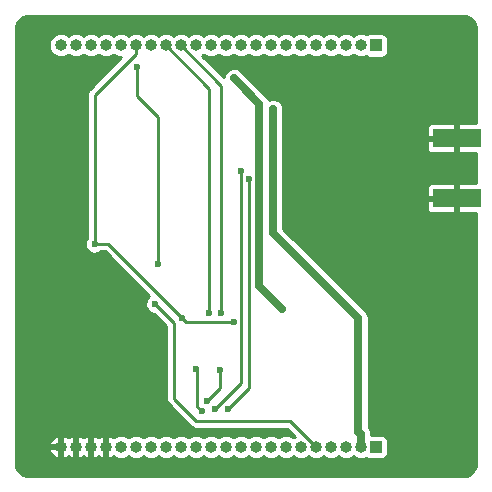
<source format=gbr>
G04 #@! TF.GenerationSoftware,KiCad,Pcbnew,5.99.0-unknown-df3fabf~86~ubuntu18.04.1*
G04 #@! TF.CreationDate,2019-10-25T19:03:16-04:00*
G04 #@! TF.ProjectId,bc28_module_board,62633238-5f6d-46f6-9475-6c655f626f61,rev?*
G04 #@! TF.SameCoordinates,Original*
G04 #@! TF.FileFunction,Copper,L2,Bot*
G04 #@! TF.FilePolarity,Positive*
%FSLAX46Y46*%
G04 Gerber Fmt 4.6, Leading zero omitted, Abs format (unit mm)*
G04 Created by KiCad (PCBNEW 5.99.0-unknown-df3fabf~86~ubuntu18.04.1) date 2019-10-25 19:03:16*
%MOMM*%
%LPD*%
G04 APERTURE LIST*
%ADD10O,1.000000X1.000000*%
%ADD11R,1.000000X1.000000*%
%ADD12R,4.064000X1.524000*%
%ADD13C,0.600000*%
%ADD14C,0.250000*%
%ADD15C,0.700000*%
%ADD16C,0.254000*%
G04 APERTURE END LIST*
D10*
X134330000Y-117000000D03*
X135600000Y-117000000D03*
X136870000Y-117000000D03*
X138140000Y-117000000D03*
X139410000Y-117000000D03*
X140680000Y-117000000D03*
X141950000Y-117000000D03*
X143220000Y-117000000D03*
X144490000Y-117000000D03*
X145760000Y-117000000D03*
X147030000Y-117000000D03*
X148300000Y-117000000D03*
X149570000Y-117000000D03*
X150840000Y-117000000D03*
X152110000Y-117000000D03*
X153380000Y-117000000D03*
X154650000Y-117000000D03*
X155920000Y-117000000D03*
X157190000Y-117000000D03*
X158460000Y-117000000D03*
X159730000Y-117000000D03*
D11*
X161000000Y-117000000D03*
D10*
X134330000Y-83000000D03*
X135600000Y-83000000D03*
X136870000Y-83000000D03*
X138140000Y-83000000D03*
X139410000Y-83000000D03*
X140680000Y-83000000D03*
X141950000Y-83000000D03*
X143220000Y-83000000D03*
X144490000Y-83000000D03*
X145760000Y-83000000D03*
X147030000Y-83000000D03*
X148300000Y-83000000D03*
X149570000Y-83000000D03*
X150840000Y-83000000D03*
X152110000Y-83000000D03*
X153380000Y-83000000D03*
X154650000Y-83000000D03*
X155920000Y-83000000D03*
X157190000Y-83000000D03*
X158460000Y-83000000D03*
X159730000Y-83000000D03*
D11*
X161000000Y-83000000D03*
D12*
X167868000Y-95940000D03*
X167868000Y-90860000D03*
D13*
X142300000Y-104900000D03*
X147400000Y-113800000D03*
X148500000Y-113800000D03*
X150300000Y-94300000D03*
X149625010Y-93600000D03*
X145800000Y-110400000D03*
X147800000Y-110524957D03*
X146300000Y-114000000D03*
X146675000Y-113125000D03*
X137200000Y-99800000D03*
X144600000Y-106100000D03*
X147900000Y-105700000D03*
X146900000Y-105700000D03*
X149000010Y-106400000D03*
X152300000Y-88400000D03*
X153100000Y-105300000D03*
X140800000Y-84800000D03*
X142600000Y-101500000D03*
X149000000Y-85800000D03*
X153700000Y-89700000D03*
X154800000Y-90900000D03*
X155900000Y-92200000D03*
X155200000Y-89700000D03*
X156700000Y-89700000D03*
X158200000Y-89700000D03*
X159700000Y-89700000D03*
X161200000Y-89700000D03*
X162700000Y-89700000D03*
X164200000Y-89700000D03*
X156300000Y-90900000D03*
X157800000Y-90900000D03*
X159300000Y-90900000D03*
X160800000Y-90900000D03*
X162300000Y-90900000D03*
X163800000Y-90900000D03*
X165300000Y-90900000D03*
X157400000Y-92100000D03*
X158900000Y-92100000D03*
X160400000Y-92100000D03*
X161900000Y-92100000D03*
X163400000Y-92100000D03*
X164900000Y-92100000D03*
X154200000Y-92200000D03*
X157600000Y-94700000D03*
X157700000Y-95900000D03*
X158200000Y-97000000D03*
X159200000Y-95900000D03*
X160700000Y-95900000D03*
X162200000Y-95900000D03*
X163700000Y-95900000D03*
X165200000Y-95900000D03*
X165700000Y-89200000D03*
X160600000Y-94700000D03*
X162100000Y-94700000D03*
X166900000Y-97700000D03*
X165100000Y-94700000D03*
X159700000Y-97000000D03*
X161200000Y-97000000D03*
X162700000Y-97000000D03*
X164200000Y-97000000D03*
X165600000Y-97500000D03*
X132000000Y-118000000D03*
X132000000Y-82000000D03*
X168000000Y-82000000D03*
X168000000Y-118000000D03*
X135000000Y-85000000D03*
X165000000Y-85000000D03*
X165000000Y-115000000D03*
X135000000Y-115000000D03*
X135000000Y-110000000D03*
X135000000Y-105000000D03*
X135000000Y-100000000D03*
X135000000Y-95000000D03*
X135000000Y-90000000D03*
X160000000Y-85000000D03*
X155000000Y-85000000D03*
X165000000Y-110000000D03*
X165000000Y-105000000D03*
X165000000Y-100000000D03*
X160000000Y-100000000D03*
X160000000Y-105000000D03*
X140000000Y-115000000D03*
X137800000Y-101000000D03*
X153400000Y-93200000D03*
X153400000Y-94400000D03*
X158200000Y-102200000D03*
X162200000Y-102200000D03*
X167200000Y-102200000D03*
D14*
X150300000Y-94724264D02*
X150300000Y-94300000D01*
X148500000Y-113800000D02*
X150300000Y-112000000D01*
X150300000Y-112000000D02*
X150300000Y-94724264D01*
X147400000Y-113800000D02*
X149625010Y-111574990D01*
X149625010Y-111574990D02*
X149625010Y-94024264D01*
X149625010Y-94024264D02*
X149625010Y-93600000D01*
X153720000Y-114800000D02*
X155420001Y-116500001D01*
X155420001Y-116500001D02*
X155920000Y-117000000D01*
X145800000Y-114800000D02*
X153720000Y-114800000D01*
X143900000Y-112900000D02*
X145800000Y-114800000D01*
X142300000Y-104900000D02*
X143900000Y-106500000D01*
X143900000Y-106500000D02*
X143900000Y-112900000D01*
X145900000Y-113600000D02*
X146300000Y-114000000D01*
X145800000Y-110400000D02*
X145900000Y-110500000D01*
X145900000Y-110500000D02*
X145900000Y-113600000D01*
X147800000Y-112000000D02*
X146675000Y-113125000D01*
X147800000Y-110524957D02*
X147800000Y-112000000D01*
X137200000Y-99800000D02*
X138300000Y-99800000D01*
X138300000Y-99800000D02*
X144600000Y-106100000D01*
X144490000Y-83000000D02*
X147900000Y-86410000D01*
X147900000Y-105275736D02*
X147900000Y-105700000D01*
X147900000Y-86410000D02*
X147900000Y-105275736D01*
X146900000Y-86680000D02*
X146900000Y-105700000D01*
X143220000Y-83000000D02*
X146900000Y-86680000D01*
X144600000Y-106100000D02*
X144900000Y-106400000D01*
X144900000Y-106400000D02*
X149000010Y-106400000D01*
X142600000Y-89100000D02*
X142600000Y-101500000D01*
X140800000Y-84800000D02*
X140800000Y-87300000D01*
X140800000Y-87300000D02*
X142600000Y-89100000D01*
X140680000Y-83707106D02*
X137200000Y-87187106D01*
X137200000Y-99375736D02*
X137200000Y-99800000D01*
X137200000Y-87187106D02*
X137200000Y-99375736D01*
X140680000Y-83000000D02*
X140680000Y-83707106D01*
D15*
X153100000Y-105300000D02*
X151150001Y-103350001D01*
X149299999Y-86099999D02*
X149000000Y-85800000D01*
X151150001Y-103350001D02*
X151150001Y-87950001D01*
X151150001Y-87950001D02*
X149299999Y-86099999D01*
X152300000Y-98900000D02*
X152300000Y-88400000D01*
X159510001Y-106110001D02*
X152300000Y-98900000D01*
X159510001Y-115710001D02*
X159510001Y-106110001D01*
X159730000Y-117000000D02*
X159730000Y-115930000D01*
X159730000Y-115930000D02*
X159510001Y-115710001D01*
G36*
X168446608Y-80528388D02*
G01*
X168657969Y-80545765D01*
X168811703Y-80584380D01*
X168957064Y-80647585D01*
X168991989Y-80670179D01*
X169329111Y-81007301D01*
X169382222Y-81103511D01*
X169435134Y-81252930D01*
X169464565Y-81418151D01*
X169470071Y-81534917D01*
X169474001Y-81553894D01*
X169474001Y-89564164D01*
X167996000Y-89564164D01*
X167996000Y-92155836D01*
X169474001Y-92155836D01*
X169474001Y-94644164D01*
X167996000Y-94644164D01*
X167996000Y-97235836D01*
X169474001Y-97235836D01*
X169474000Y-118436812D01*
X169471612Y-118446607D01*
X169454235Y-118657969D01*
X169415619Y-118811708D01*
X169352417Y-118957061D01*
X169329821Y-118991989D01*
X168992700Y-119329110D01*
X168896490Y-119382221D01*
X168747068Y-119435134D01*
X168581847Y-119464565D01*
X168465083Y-119470071D01*
X168446110Y-119474000D01*
X131563188Y-119474000D01*
X131553393Y-119471612D01*
X131342031Y-119454235D01*
X131188292Y-119415619D01*
X131042939Y-119352417D01*
X131008011Y-119329821D01*
X130670890Y-118992700D01*
X130617779Y-118896490D01*
X130564866Y-118747068D01*
X130535435Y-118581847D01*
X130529929Y-118465083D01*
X130526000Y-118446110D01*
X130526000Y-117128000D01*
X133308283Y-117128000D01*
X133348842Y-117318799D01*
X133436564Y-117515825D01*
X133563334Y-117690309D01*
X133723611Y-117834624D01*
X133910390Y-117942460D01*
X134202000Y-118037211D01*
X134202000Y-117128000D01*
X133308283Y-117128000D01*
X130526000Y-117128000D01*
X130526000Y-116872000D01*
X133308283Y-116872000D01*
X134202000Y-116872000D01*
X134202000Y-115962789D01*
X134458000Y-115962789D01*
X134458000Y-118037211D01*
X134749610Y-117942460D01*
X134936389Y-117834624D01*
X134965000Y-117808862D01*
X134993611Y-117834624D01*
X135180390Y-117942460D01*
X135472000Y-118037211D01*
X135472000Y-115962789D01*
X135728000Y-115962789D01*
X135728000Y-118037211D01*
X136019610Y-117942460D01*
X136206389Y-117834624D01*
X136235000Y-117808862D01*
X136263611Y-117834624D01*
X136450390Y-117942460D01*
X136742000Y-118037211D01*
X136742000Y-115962789D01*
X136998000Y-115962789D01*
X136998000Y-118037211D01*
X137289610Y-117942460D01*
X137476389Y-117834624D01*
X137505000Y-117808862D01*
X137533611Y-117834624D01*
X137720390Y-117942460D01*
X138012000Y-118037211D01*
X138012000Y-115962789D01*
X137720390Y-116057540D01*
X137533611Y-116165376D01*
X137505000Y-116191138D01*
X137476389Y-116165376D01*
X137289610Y-116057540D01*
X136998000Y-115962789D01*
X136742000Y-115962789D01*
X136450390Y-116057540D01*
X136263611Y-116165376D01*
X136235000Y-116191138D01*
X136206389Y-116165376D01*
X136019610Y-116057540D01*
X135728000Y-115962789D01*
X135472000Y-115962789D01*
X135180390Y-116057540D01*
X134993611Y-116165376D01*
X134965000Y-116191138D01*
X134936389Y-116165376D01*
X134749610Y-116057540D01*
X134458000Y-115962789D01*
X134202000Y-115962789D01*
X133910390Y-116057540D01*
X133723611Y-116165376D01*
X133563334Y-116309691D01*
X133436564Y-116484174D01*
X133348842Y-116681201D01*
X133308283Y-116872000D01*
X130526000Y-116872000D01*
X130526000Y-82892163D01*
X133304000Y-82892163D01*
X133304000Y-83107837D01*
X133348842Y-83318798D01*
X133436564Y-83515825D01*
X133563334Y-83690309D01*
X133723611Y-83834624D01*
X133910390Y-83942460D01*
X134115508Y-84009107D01*
X134276233Y-84026000D01*
X134383767Y-84026000D01*
X134544492Y-84009107D01*
X134749610Y-83942460D01*
X134936389Y-83834624D01*
X134965000Y-83808862D01*
X134993611Y-83834624D01*
X135180390Y-83942460D01*
X135385508Y-84009107D01*
X135546233Y-84026000D01*
X135653767Y-84026000D01*
X135814492Y-84009107D01*
X136019610Y-83942460D01*
X136206389Y-83834624D01*
X136235000Y-83808862D01*
X136263611Y-83834624D01*
X136450390Y-83942460D01*
X136655508Y-84009107D01*
X136816233Y-84026000D01*
X136923767Y-84026000D01*
X137084492Y-84009107D01*
X137289610Y-83942460D01*
X137476389Y-83834624D01*
X137505000Y-83808862D01*
X137533611Y-83834624D01*
X137720390Y-83942460D01*
X137925508Y-84009107D01*
X138086233Y-84026000D01*
X138193767Y-84026000D01*
X138354492Y-84009107D01*
X138559610Y-83942460D01*
X138746389Y-83834624D01*
X138775000Y-83808862D01*
X138803611Y-83834624D01*
X138990390Y-83942460D01*
X139195508Y-84009107D01*
X139356233Y-84026000D01*
X139440454Y-84026000D01*
X136788791Y-86677664D01*
X136755817Y-86698955D01*
X136712305Y-86754149D01*
X136701473Y-86764981D01*
X136679238Y-86796095D01*
X136618154Y-86873581D01*
X136614950Y-86886059D01*
X136607310Y-86896750D01*
X136545213Y-87104388D01*
X136549000Y-87200780D01*
X136549001Y-99286459D01*
X136513245Y-99324469D01*
X136403779Y-99547424D01*
X136364710Y-99792710D01*
X136399492Y-100038642D01*
X136505051Y-100263474D01*
X136672052Y-100447328D01*
X136885732Y-100573950D01*
X137127197Y-100632143D01*
X137375099Y-100616764D01*
X137607520Y-100529171D01*
X137708480Y-100451000D01*
X138030349Y-100451000D01*
X141808585Y-104229237D01*
X141783430Y-104243556D01*
X141613245Y-104424469D01*
X141503779Y-104647424D01*
X141464710Y-104892710D01*
X141499492Y-105138642D01*
X141605051Y-105363474D01*
X141772052Y-105547328D01*
X141985732Y-105673950D01*
X142206506Y-105727157D01*
X143249000Y-106769652D01*
X143249001Y-112830546D01*
X143240742Y-112868911D01*
X143249001Y-112938700D01*
X143249001Y-112954025D01*
X143255276Y-112991726D01*
X143266876Y-113089728D01*
X143273434Y-113100818D01*
X143275593Y-113113785D01*
X143378505Y-113304514D01*
X143449374Y-113370025D01*
X145290562Y-115211214D01*
X145311850Y-115244183D01*
X145367039Y-115287691D01*
X145377875Y-115298528D01*
X145408993Y-115320765D01*
X145486472Y-115381845D01*
X145498949Y-115385049D01*
X145509643Y-115392691D01*
X145717281Y-115454787D01*
X145813684Y-115451000D01*
X153450349Y-115451000D01*
X154120394Y-116121045D01*
X154043611Y-116165376D01*
X154015000Y-116191138D01*
X153986389Y-116165376D01*
X153799610Y-116057540D01*
X153594492Y-115990893D01*
X153433767Y-115974000D01*
X153326233Y-115974000D01*
X153165508Y-115990893D01*
X152960390Y-116057540D01*
X152773611Y-116165376D01*
X152745000Y-116191138D01*
X152716389Y-116165376D01*
X152529610Y-116057540D01*
X152324492Y-115990893D01*
X152163767Y-115974000D01*
X152056233Y-115974000D01*
X151895508Y-115990893D01*
X151690390Y-116057540D01*
X151503611Y-116165376D01*
X151475000Y-116191138D01*
X151446389Y-116165376D01*
X151259610Y-116057540D01*
X151054492Y-115990893D01*
X150893767Y-115974000D01*
X150786233Y-115974000D01*
X150625508Y-115990893D01*
X150420390Y-116057540D01*
X150233611Y-116165376D01*
X150205000Y-116191138D01*
X150176389Y-116165376D01*
X149989610Y-116057540D01*
X149784492Y-115990893D01*
X149623767Y-115974000D01*
X149516233Y-115974000D01*
X149355508Y-115990893D01*
X149150390Y-116057540D01*
X148963611Y-116165376D01*
X148935000Y-116191138D01*
X148906389Y-116165376D01*
X148719610Y-116057540D01*
X148514492Y-115990893D01*
X148353767Y-115974000D01*
X148246233Y-115974000D01*
X148085508Y-115990893D01*
X147880390Y-116057540D01*
X147693611Y-116165376D01*
X147665000Y-116191138D01*
X147636389Y-116165376D01*
X147449610Y-116057540D01*
X147244492Y-115990893D01*
X147083767Y-115974000D01*
X146976233Y-115974000D01*
X146815508Y-115990893D01*
X146610390Y-116057540D01*
X146423611Y-116165376D01*
X146395000Y-116191138D01*
X146366389Y-116165376D01*
X146179610Y-116057540D01*
X145974492Y-115990893D01*
X145813767Y-115974000D01*
X145706233Y-115974000D01*
X145545508Y-115990893D01*
X145340390Y-116057540D01*
X145153611Y-116165376D01*
X145125000Y-116191138D01*
X145096389Y-116165376D01*
X144909610Y-116057540D01*
X144704492Y-115990893D01*
X144543767Y-115974000D01*
X144436233Y-115974000D01*
X144275508Y-115990893D01*
X144070390Y-116057540D01*
X143883611Y-116165376D01*
X143855000Y-116191138D01*
X143826389Y-116165376D01*
X143639610Y-116057540D01*
X143434492Y-115990893D01*
X143273767Y-115974000D01*
X143166233Y-115974000D01*
X143005508Y-115990893D01*
X142800390Y-116057540D01*
X142613611Y-116165376D01*
X142585000Y-116191138D01*
X142556389Y-116165376D01*
X142369610Y-116057540D01*
X142164492Y-115990893D01*
X142003767Y-115974000D01*
X141896233Y-115974000D01*
X141735508Y-115990893D01*
X141530390Y-116057540D01*
X141343611Y-116165376D01*
X141315000Y-116191138D01*
X141286389Y-116165376D01*
X141099610Y-116057540D01*
X140894492Y-115990893D01*
X140733767Y-115974000D01*
X140626233Y-115974000D01*
X140465508Y-115990893D01*
X140260390Y-116057540D01*
X140073611Y-116165376D01*
X140045000Y-116191138D01*
X140016389Y-116165376D01*
X139829610Y-116057540D01*
X139624492Y-115990893D01*
X139463767Y-115974000D01*
X139356233Y-115974000D01*
X139195508Y-115990893D01*
X138990390Y-116057540D01*
X138803611Y-116165376D01*
X138775000Y-116191138D01*
X138746389Y-116165376D01*
X138559610Y-116057540D01*
X138268000Y-115962789D01*
X138268000Y-118037211D01*
X138559610Y-117942460D01*
X138746389Y-117834624D01*
X138775000Y-117808862D01*
X138803611Y-117834624D01*
X138990390Y-117942460D01*
X139195508Y-118009107D01*
X139356233Y-118026000D01*
X139463767Y-118026000D01*
X139624492Y-118009107D01*
X139829610Y-117942460D01*
X140016389Y-117834624D01*
X140045000Y-117808862D01*
X140073611Y-117834624D01*
X140260390Y-117942460D01*
X140465508Y-118009107D01*
X140626233Y-118026000D01*
X140733767Y-118026000D01*
X140894492Y-118009107D01*
X141099610Y-117942460D01*
X141286389Y-117834624D01*
X141315000Y-117808862D01*
X141343611Y-117834624D01*
X141530390Y-117942460D01*
X141735508Y-118009107D01*
X141896233Y-118026000D01*
X142003767Y-118026000D01*
X142164492Y-118009107D01*
X142369610Y-117942460D01*
X142556389Y-117834624D01*
X142585000Y-117808862D01*
X142613611Y-117834624D01*
X142800390Y-117942460D01*
X143005508Y-118009107D01*
X143166233Y-118026000D01*
X143273767Y-118026000D01*
X143434492Y-118009107D01*
X143639610Y-117942460D01*
X143826389Y-117834624D01*
X143855000Y-117808862D01*
X143883611Y-117834624D01*
X144070390Y-117942460D01*
X144275508Y-118009107D01*
X144436233Y-118026000D01*
X144543767Y-118026000D01*
X144704492Y-118009107D01*
X144909610Y-117942460D01*
X145096389Y-117834624D01*
X145125000Y-117808862D01*
X145153611Y-117834624D01*
X145340390Y-117942460D01*
X145545508Y-118009107D01*
X145706233Y-118026000D01*
X145813767Y-118026000D01*
X145974492Y-118009107D01*
X146179610Y-117942460D01*
X146366389Y-117834624D01*
X146395000Y-117808862D01*
X146423611Y-117834624D01*
X146610390Y-117942460D01*
X146815508Y-118009107D01*
X146976233Y-118026000D01*
X147083767Y-118026000D01*
X147244492Y-118009107D01*
X147449610Y-117942460D01*
X147636389Y-117834624D01*
X147665000Y-117808862D01*
X147693611Y-117834624D01*
X147880390Y-117942460D01*
X148085508Y-118009107D01*
X148246233Y-118026000D01*
X148353767Y-118026000D01*
X148514492Y-118009107D01*
X148719610Y-117942460D01*
X148906389Y-117834624D01*
X148935000Y-117808862D01*
X148963611Y-117834624D01*
X149150390Y-117942460D01*
X149355508Y-118009107D01*
X149516233Y-118026000D01*
X149623767Y-118026000D01*
X149784492Y-118009107D01*
X149989610Y-117942460D01*
X150176389Y-117834624D01*
X150205000Y-117808862D01*
X150233611Y-117834624D01*
X150420390Y-117942460D01*
X150625508Y-118009107D01*
X150786233Y-118026000D01*
X150893767Y-118026000D01*
X151054492Y-118009107D01*
X151259610Y-117942460D01*
X151446389Y-117834624D01*
X151475000Y-117808862D01*
X151503611Y-117834624D01*
X151690390Y-117942460D01*
X151895508Y-118009107D01*
X152056233Y-118026000D01*
X152163767Y-118026000D01*
X152324492Y-118009107D01*
X152529610Y-117942460D01*
X152716389Y-117834624D01*
X152745000Y-117808862D01*
X152773611Y-117834624D01*
X152960390Y-117942460D01*
X153165508Y-118009107D01*
X153326233Y-118026000D01*
X153433767Y-118026000D01*
X153594492Y-118009107D01*
X153799610Y-117942460D01*
X153986389Y-117834624D01*
X154015000Y-117808862D01*
X154043611Y-117834624D01*
X154230390Y-117942460D01*
X154435508Y-118009107D01*
X154596233Y-118026000D01*
X154703767Y-118026000D01*
X154864492Y-118009107D01*
X155069610Y-117942460D01*
X155256389Y-117834624D01*
X155285000Y-117808862D01*
X155313611Y-117834624D01*
X155500390Y-117942460D01*
X155705508Y-118009107D01*
X155866233Y-118026000D01*
X155973767Y-118026000D01*
X156134492Y-118009107D01*
X156339610Y-117942460D01*
X156526389Y-117834624D01*
X156555000Y-117808862D01*
X156583611Y-117834624D01*
X156770390Y-117942460D01*
X156975508Y-118009107D01*
X157136233Y-118026000D01*
X157243767Y-118026000D01*
X157404492Y-118009107D01*
X157609610Y-117942460D01*
X157796389Y-117834624D01*
X157825000Y-117808862D01*
X157853611Y-117834624D01*
X158040390Y-117942460D01*
X158245508Y-118009107D01*
X158406233Y-118026000D01*
X158513767Y-118026000D01*
X158674492Y-118009107D01*
X158879610Y-117942460D01*
X159066389Y-117834624D01*
X159095000Y-117808862D01*
X159123611Y-117834624D01*
X159310390Y-117942460D01*
X159515508Y-118009107D01*
X159676233Y-118026000D01*
X159783767Y-118026000D01*
X159944492Y-118009107D01*
X160149610Y-117942460D01*
X160184911Y-117922079D01*
X160294765Y-117995480D01*
X160487590Y-118033836D01*
X161512410Y-118033836D01*
X161705235Y-117995480D01*
X161879225Y-117879225D01*
X161995480Y-117705235D01*
X162033836Y-117512410D01*
X162033836Y-116487590D01*
X161995480Y-116294765D01*
X161879225Y-116120775D01*
X161705235Y-116004520D01*
X161512410Y-115966164D01*
X160609987Y-115966164D01*
X160606000Y-115901906D01*
X160606000Y-115867171D01*
X160602198Y-115840623D01*
X160596609Y-115750534D01*
X160584488Y-115716957D01*
X160579425Y-115681610D01*
X160542057Y-115599423D01*
X160511273Y-115514150D01*
X160490556Y-115486153D01*
X160475568Y-115453189D01*
X160408983Y-115375914D01*
X160392536Y-115353686D01*
X160386001Y-115347151D01*
X160386001Y-106208140D01*
X160392148Y-106180976D01*
X160386001Y-106081906D01*
X160386001Y-106047175D01*
X160382200Y-106020625D01*
X160376610Y-105930534D01*
X160364488Y-105896955D01*
X160359426Y-105861611D01*
X160322063Y-105779434D01*
X160291274Y-105694149D01*
X160270555Y-105666149D01*
X160255569Y-105633190D01*
X160188994Y-105555927D01*
X160172535Y-105533684D01*
X160152981Y-105514131D01*
X160091776Y-105443099D01*
X160063846Y-105424996D01*
X153176000Y-98537151D01*
X153176000Y-96068000D01*
X165302164Y-96068000D01*
X165302164Y-96714410D01*
X165340520Y-96907235D01*
X165456775Y-97081225D01*
X165630765Y-97197480D01*
X165823590Y-97235836D01*
X167740000Y-97235836D01*
X167740000Y-96068000D01*
X165302164Y-96068000D01*
X153176000Y-96068000D01*
X153176000Y-95165590D01*
X165302164Y-95165590D01*
X165302164Y-95812000D01*
X167740000Y-95812000D01*
X167740000Y-94644164D01*
X165823590Y-94644164D01*
X165630765Y-94682520D01*
X165456775Y-94798775D01*
X165340520Y-94972765D01*
X165302164Y-95165590D01*
X153176000Y-95165590D01*
X153176000Y-90988000D01*
X165302164Y-90988000D01*
X165302164Y-91634410D01*
X165340520Y-91827235D01*
X165456775Y-92001225D01*
X165630765Y-92117480D01*
X165823590Y-92155836D01*
X167740000Y-92155836D01*
X167740000Y-90988000D01*
X165302164Y-90988000D01*
X153176000Y-90988000D01*
X153176000Y-90085590D01*
X165302164Y-90085590D01*
X165302164Y-90732000D01*
X167740000Y-90732000D01*
X167740000Y-89564164D01*
X165823590Y-89564164D01*
X165630765Y-89602520D01*
X165456775Y-89718775D01*
X165340520Y-89892765D01*
X165302164Y-90085590D01*
X153176000Y-90085590D01*
X153176000Y-88337172D01*
X153149425Y-88151610D01*
X153045568Y-87923189D01*
X152881775Y-87733098D01*
X152671214Y-87596619D01*
X152430811Y-87524724D01*
X152179893Y-87523190D01*
X151950941Y-87588626D01*
X151931274Y-87534149D01*
X151910555Y-87506149D01*
X151895569Y-87473190D01*
X151828994Y-87395927D01*
X151812535Y-87373684D01*
X151792981Y-87354131D01*
X151731776Y-87283099D01*
X151703846Y-87264996D01*
X149962251Y-85523402D01*
X149962245Y-85523394D01*
X149574999Y-85136149D01*
X149424995Y-85023728D01*
X149190040Y-84935648D01*
X148939807Y-84917052D01*
X148694412Y-84969436D01*
X148473584Y-85088590D01*
X148295073Y-85264931D01*
X148173232Y-85484288D01*
X148121880Y-85711228D01*
X146289606Y-83878955D01*
X146366389Y-83834624D01*
X146395000Y-83808862D01*
X146423611Y-83834624D01*
X146610390Y-83942460D01*
X146815508Y-84009107D01*
X146976233Y-84026000D01*
X147083767Y-84026000D01*
X147244492Y-84009107D01*
X147449610Y-83942460D01*
X147636389Y-83834624D01*
X147665000Y-83808862D01*
X147693611Y-83834624D01*
X147880390Y-83942460D01*
X148085508Y-84009107D01*
X148246233Y-84026000D01*
X148353767Y-84026000D01*
X148514492Y-84009107D01*
X148719610Y-83942460D01*
X148906389Y-83834624D01*
X148935000Y-83808862D01*
X148963611Y-83834624D01*
X149150390Y-83942460D01*
X149355508Y-84009107D01*
X149516233Y-84026000D01*
X149623767Y-84026000D01*
X149784492Y-84009107D01*
X149989610Y-83942460D01*
X150176389Y-83834624D01*
X150205000Y-83808862D01*
X150233611Y-83834624D01*
X150420390Y-83942460D01*
X150625508Y-84009107D01*
X150786233Y-84026000D01*
X150893767Y-84026000D01*
X151054492Y-84009107D01*
X151259610Y-83942460D01*
X151446389Y-83834624D01*
X151475000Y-83808862D01*
X151503611Y-83834624D01*
X151690390Y-83942460D01*
X151895508Y-84009107D01*
X152056233Y-84026000D01*
X152163767Y-84026000D01*
X152324492Y-84009107D01*
X152529610Y-83942460D01*
X152716389Y-83834624D01*
X152745000Y-83808862D01*
X152773611Y-83834624D01*
X152960390Y-83942460D01*
X153165508Y-84009107D01*
X153326233Y-84026000D01*
X153433767Y-84026000D01*
X153594492Y-84009107D01*
X153799610Y-83942460D01*
X153986389Y-83834624D01*
X154015000Y-83808862D01*
X154043611Y-83834624D01*
X154230390Y-83942460D01*
X154435508Y-84009107D01*
X154596233Y-84026000D01*
X154703767Y-84026000D01*
X154864492Y-84009107D01*
X155069610Y-83942460D01*
X155256389Y-83834624D01*
X155285000Y-83808862D01*
X155313611Y-83834624D01*
X155500390Y-83942460D01*
X155705508Y-84009107D01*
X155866233Y-84026000D01*
X155973767Y-84026000D01*
X156134492Y-84009107D01*
X156339610Y-83942460D01*
X156526389Y-83834624D01*
X156555000Y-83808862D01*
X156583611Y-83834624D01*
X156770390Y-83942460D01*
X156975508Y-84009107D01*
X157136233Y-84026000D01*
X157243767Y-84026000D01*
X157404492Y-84009107D01*
X157609610Y-83942460D01*
X157796389Y-83834624D01*
X157825000Y-83808862D01*
X157853611Y-83834624D01*
X158040390Y-83942460D01*
X158245508Y-84009107D01*
X158406233Y-84026000D01*
X158513767Y-84026000D01*
X158674492Y-84009107D01*
X158879610Y-83942460D01*
X159066389Y-83834624D01*
X159095000Y-83808862D01*
X159123611Y-83834624D01*
X159310390Y-83942460D01*
X159515508Y-84009107D01*
X159676233Y-84026000D01*
X159783767Y-84026000D01*
X159944492Y-84009107D01*
X160149610Y-83942460D01*
X160184911Y-83922079D01*
X160294765Y-83995480D01*
X160487590Y-84033836D01*
X161512410Y-84033836D01*
X161705235Y-83995480D01*
X161879225Y-83879225D01*
X161995480Y-83705235D01*
X162033836Y-83512410D01*
X162033836Y-82487590D01*
X161995480Y-82294765D01*
X161879225Y-82120775D01*
X161705235Y-82004520D01*
X161512410Y-81966164D01*
X160487590Y-81966164D01*
X160294765Y-82004520D01*
X160184911Y-82077921D01*
X160149610Y-82057540D01*
X159944492Y-81990893D01*
X159783767Y-81974000D01*
X159676233Y-81974000D01*
X159515508Y-81990893D01*
X159310390Y-82057540D01*
X159123611Y-82165376D01*
X159095000Y-82191138D01*
X159066389Y-82165376D01*
X158879610Y-82057540D01*
X158674492Y-81990893D01*
X158513767Y-81974000D01*
X158406233Y-81974000D01*
X158245508Y-81990893D01*
X158040390Y-82057540D01*
X157853611Y-82165376D01*
X157825000Y-82191138D01*
X157796389Y-82165376D01*
X157609610Y-82057540D01*
X157404492Y-81990893D01*
X157243767Y-81974000D01*
X157136233Y-81974000D01*
X156975508Y-81990893D01*
X156770390Y-82057540D01*
X156583611Y-82165376D01*
X156555000Y-82191138D01*
X156526389Y-82165376D01*
X156339610Y-82057540D01*
X156134492Y-81990893D01*
X155973767Y-81974000D01*
X155866233Y-81974000D01*
X155705508Y-81990893D01*
X155500390Y-82057540D01*
X155313611Y-82165376D01*
X155285000Y-82191138D01*
X155256389Y-82165376D01*
X155069610Y-82057540D01*
X154864492Y-81990893D01*
X154703767Y-81974000D01*
X154596233Y-81974000D01*
X154435508Y-81990893D01*
X154230390Y-82057540D01*
X154043611Y-82165376D01*
X154015000Y-82191138D01*
X153986389Y-82165376D01*
X153799610Y-82057540D01*
X153594492Y-81990893D01*
X153433767Y-81974000D01*
X153326233Y-81974000D01*
X153165508Y-81990893D01*
X152960390Y-82057540D01*
X152773611Y-82165376D01*
X152745000Y-82191138D01*
X152716389Y-82165376D01*
X152529610Y-82057540D01*
X152324492Y-81990893D01*
X152163767Y-81974000D01*
X152056233Y-81974000D01*
X151895508Y-81990893D01*
X151690390Y-82057540D01*
X151503611Y-82165376D01*
X151475000Y-82191138D01*
X151446389Y-82165376D01*
X151259610Y-82057540D01*
X151054492Y-81990893D01*
X150893767Y-81974000D01*
X150786233Y-81974000D01*
X150625508Y-81990893D01*
X150420390Y-82057540D01*
X150233611Y-82165376D01*
X150205000Y-82191138D01*
X150176389Y-82165376D01*
X149989610Y-82057540D01*
X149784492Y-81990893D01*
X149623767Y-81974000D01*
X149516233Y-81974000D01*
X149355508Y-81990893D01*
X149150390Y-82057540D01*
X148963611Y-82165376D01*
X148935000Y-82191138D01*
X148906389Y-82165376D01*
X148719610Y-82057540D01*
X148514492Y-81990893D01*
X148353767Y-81974000D01*
X148246233Y-81974000D01*
X148085508Y-81990893D01*
X147880390Y-82057540D01*
X147693611Y-82165376D01*
X147665000Y-82191138D01*
X147636389Y-82165376D01*
X147449610Y-82057540D01*
X147244492Y-81990893D01*
X147083767Y-81974000D01*
X146976233Y-81974000D01*
X146815508Y-81990893D01*
X146610390Y-82057540D01*
X146423611Y-82165376D01*
X146395000Y-82191138D01*
X146366389Y-82165376D01*
X146179610Y-82057540D01*
X145974492Y-81990893D01*
X145813767Y-81974000D01*
X145706233Y-81974000D01*
X145545508Y-81990893D01*
X145340390Y-82057540D01*
X145153611Y-82165376D01*
X145125000Y-82191138D01*
X145096389Y-82165376D01*
X144909610Y-82057540D01*
X144704492Y-81990893D01*
X144543767Y-81974000D01*
X144436233Y-81974000D01*
X144275508Y-81990893D01*
X144070390Y-82057540D01*
X143883611Y-82165376D01*
X143855000Y-82191138D01*
X143826389Y-82165376D01*
X143639610Y-82057540D01*
X143434492Y-81990893D01*
X143273767Y-81974000D01*
X143166233Y-81974000D01*
X143005508Y-81990893D01*
X142800390Y-82057540D01*
X142613611Y-82165376D01*
X142585000Y-82191138D01*
X142556389Y-82165376D01*
X142369610Y-82057540D01*
X142164492Y-81990893D01*
X142003767Y-81974000D01*
X141896233Y-81974000D01*
X141735508Y-81990893D01*
X141530390Y-82057540D01*
X141343611Y-82165376D01*
X141315000Y-82191138D01*
X141286389Y-82165376D01*
X141099610Y-82057540D01*
X140894492Y-81990893D01*
X140733767Y-81974000D01*
X140626233Y-81974000D01*
X140465508Y-81990893D01*
X140260390Y-82057540D01*
X140073611Y-82165376D01*
X140045000Y-82191138D01*
X140016389Y-82165376D01*
X139829610Y-82057540D01*
X139624492Y-81990893D01*
X139463767Y-81974000D01*
X139356233Y-81974000D01*
X139195508Y-81990893D01*
X138990390Y-82057540D01*
X138803611Y-82165376D01*
X138775000Y-82191138D01*
X138746389Y-82165376D01*
X138559610Y-82057540D01*
X138354492Y-81990893D01*
X138193767Y-81974000D01*
X138086233Y-81974000D01*
X137925508Y-81990893D01*
X137720390Y-82057540D01*
X137533611Y-82165376D01*
X137505000Y-82191138D01*
X137476389Y-82165376D01*
X137289610Y-82057540D01*
X137084492Y-81990893D01*
X136923767Y-81974000D01*
X136816233Y-81974000D01*
X136655508Y-81990893D01*
X136450390Y-82057540D01*
X136263611Y-82165376D01*
X136235000Y-82191138D01*
X136206389Y-82165376D01*
X136019610Y-82057540D01*
X135814492Y-81990893D01*
X135653767Y-81974000D01*
X135546233Y-81974000D01*
X135385508Y-81990893D01*
X135180390Y-82057540D01*
X134993611Y-82165376D01*
X134965000Y-82191138D01*
X134936389Y-82165376D01*
X134749610Y-82057540D01*
X134544492Y-81990893D01*
X134383767Y-81974000D01*
X134276233Y-81974000D01*
X134115508Y-81990893D01*
X133910390Y-82057540D01*
X133723611Y-82165376D01*
X133563334Y-82309691D01*
X133436564Y-82484174D01*
X133348842Y-82681202D01*
X133304000Y-82892163D01*
X130526000Y-82892163D01*
X130526000Y-81563187D01*
X130528388Y-81553392D01*
X130545765Y-81342031D01*
X130584380Y-81188297D01*
X130647585Y-81042936D01*
X130670179Y-81008011D01*
X131007301Y-80670889D01*
X131103511Y-80617778D01*
X131252930Y-80564866D01*
X131418151Y-80535435D01*
X131534917Y-80529929D01*
X131553890Y-80526000D01*
X168436813Y-80526000D01*
X168446608Y-80528388D01*
G37*
D16*
X168446608Y-80528388D02*
X168657969Y-80545765D01*
X168811703Y-80584380D01*
X168957064Y-80647585D01*
X168991989Y-80670179D01*
X169329111Y-81007301D01*
X169382222Y-81103511D01*
X169435134Y-81252930D01*
X169464565Y-81418151D01*
X169470071Y-81534917D01*
X169474001Y-81553894D01*
X169474001Y-89564164D01*
X167996000Y-89564164D01*
X167996000Y-92155836D01*
X169474001Y-92155836D01*
X169474001Y-94644164D01*
X167996000Y-94644164D01*
X167996000Y-97235836D01*
X169474001Y-97235836D01*
X169474000Y-118436812D01*
X169471612Y-118446607D01*
X169454235Y-118657969D01*
X169415619Y-118811708D01*
X169352417Y-118957061D01*
X169329821Y-118991989D01*
X168992700Y-119329110D01*
X168896490Y-119382221D01*
X168747068Y-119435134D01*
X168581847Y-119464565D01*
X168465083Y-119470071D01*
X168446110Y-119474000D01*
X131563188Y-119474000D01*
X131553393Y-119471612D01*
X131342031Y-119454235D01*
X131188292Y-119415619D01*
X131042939Y-119352417D01*
X131008011Y-119329821D01*
X130670890Y-118992700D01*
X130617779Y-118896490D01*
X130564866Y-118747068D01*
X130535435Y-118581847D01*
X130529929Y-118465083D01*
X130526000Y-118446110D01*
X130526000Y-117128000D01*
X133308283Y-117128000D01*
X133348842Y-117318799D01*
X133436564Y-117515825D01*
X133563334Y-117690309D01*
X133723611Y-117834624D01*
X133910390Y-117942460D01*
X134202000Y-118037211D01*
X134202000Y-117128000D01*
X133308283Y-117128000D01*
X130526000Y-117128000D01*
X130526000Y-116872000D01*
X133308283Y-116872000D01*
X134202000Y-116872000D01*
X134202000Y-115962789D01*
X134458000Y-115962789D01*
X134458000Y-118037211D01*
X134749610Y-117942460D01*
X134936389Y-117834624D01*
X134965000Y-117808862D01*
X134993611Y-117834624D01*
X135180390Y-117942460D01*
X135472000Y-118037211D01*
X135472000Y-115962789D01*
X135728000Y-115962789D01*
X135728000Y-118037211D01*
X136019610Y-117942460D01*
X136206389Y-117834624D01*
X136235000Y-117808862D01*
X136263611Y-117834624D01*
X136450390Y-117942460D01*
X136742000Y-118037211D01*
X136742000Y-115962789D01*
X136998000Y-115962789D01*
X136998000Y-118037211D01*
X137289610Y-117942460D01*
X137476389Y-117834624D01*
X137505000Y-117808862D01*
X137533611Y-117834624D01*
X137720390Y-117942460D01*
X138012000Y-118037211D01*
X138012000Y-115962789D01*
X137720390Y-116057540D01*
X137533611Y-116165376D01*
X137505000Y-116191138D01*
X137476389Y-116165376D01*
X137289610Y-116057540D01*
X136998000Y-115962789D01*
X136742000Y-115962789D01*
X136450390Y-116057540D01*
X136263611Y-116165376D01*
X136235000Y-116191138D01*
X136206389Y-116165376D01*
X136019610Y-116057540D01*
X135728000Y-115962789D01*
X135472000Y-115962789D01*
X135180390Y-116057540D01*
X134993611Y-116165376D01*
X134965000Y-116191138D01*
X134936389Y-116165376D01*
X134749610Y-116057540D01*
X134458000Y-115962789D01*
X134202000Y-115962789D01*
X133910390Y-116057540D01*
X133723611Y-116165376D01*
X133563334Y-116309691D01*
X133436564Y-116484174D01*
X133348842Y-116681201D01*
X133308283Y-116872000D01*
X130526000Y-116872000D01*
X130526000Y-82892163D01*
X133304000Y-82892163D01*
X133304000Y-83107837D01*
X133348842Y-83318798D01*
X133436564Y-83515825D01*
X133563334Y-83690309D01*
X133723611Y-83834624D01*
X133910390Y-83942460D01*
X134115508Y-84009107D01*
X134276233Y-84026000D01*
X134383767Y-84026000D01*
X134544492Y-84009107D01*
X134749610Y-83942460D01*
X134936389Y-83834624D01*
X134965000Y-83808862D01*
X134993611Y-83834624D01*
X135180390Y-83942460D01*
X135385508Y-84009107D01*
X135546233Y-84026000D01*
X135653767Y-84026000D01*
X135814492Y-84009107D01*
X136019610Y-83942460D01*
X136206389Y-83834624D01*
X136235000Y-83808862D01*
X136263611Y-83834624D01*
X136450390Y-83942460D01*
X136655508Y-84009107D01*
X136816233Y-84026000D01*
X136923767Y-84026000D01*
X137084492Y-84009107D01*
X137289610Y-83942460D01*
X137476389Y-83834624D01*
X137505000Y-83808862D01*
X137533611Y-83834624D01*
X137720390Y-83942460D01*
X137925508Y-84009107D01*
X138086233Y-84026000D01*
X138193767Y-84026000D01*
X138354492Y-84009107D01*
X138559610Y-83942460D01*
X138746389Y-83834624D01*
X138775000Y-83808862D01*
X138803611Y-83834624D01*
X138990390Y-83942460D01*
X139195508Y-84009107D01*
X139356233Y-84026000D01*
X139440454Y-84026000D01*
X136788791Y-86677664D01*
X136755817Y-86698955D01*
X136712305Y-86754149D01*
X136701473Y-86764981D01*
X136679238Y-86796095D01*
X136618154Y-86873581D01*
X136614950Y-86886059D01*
X136607310Y-86896750D01*
X136545213Y-87104388D01*
X136549000Y-87200780D01*
X136549001Y-99286459D01*
X136513245Y-99324469D01*
X136403779Y-99547424D01*
X136364710Y-99792710D01*
X136399492Y-100038642D01*
X136505051Y-100263474D01*
X136672052Y-100447328D01*
X136885732Y-100573950D01*
X137127197Y-100632143D01*
X137375099Y-100616764D01*
X137607520Y-100529171D01*
X137708480Y-100451000D01*
X138030349Y-100451000D01*
X141808585Y-104229237D01*
X141783430Y-104243556D01*
X141613245Y-104424469D01*
X141503779Y-104647424D01*
X141464710Y-104892710D01*
X141499492Y-105138642D01*
X141605051Y-105363474D01*
X141772052Y-105547328D01*
X141985732Y-105673950D01*
X142206506Y-105727157D01*
X143249000Y-106769652D01*
X143249001Y-112830546D01*
X143240742Y-112868911D01*
X143249001Y-112938700D01*
X143249001Y-112954025D01*
X143255276Y-112991726D01*
X143266876Y-113089728D01*
X143273434Y-113100818D01*
X143275593Y-113113785D01*
X143378505Y-113304514D01*
X143449374Y-113370025D01*
X145290562Y-115211214D01*
X145311850Y-115244183D01*
X145367039Y-115287691D01*
X145377875Y-115298528D01*
X145408993Y-115320765D01*
X145486472Y-115381845D01*
X145498949Y-115385049D01*
X145509643Y-115392691D01*
X145717281Y-115454787D01*
X145813684Y-115451000D01*
X153450349Y-115451000D01*
X154120394Y-116121045D01*
X154043611Y-116165376D01*
X154015000Y-116191138D01*
X153986389Y-116165376D01*
X153799610Y-116057540D01*
X153594492Y-115990893D01*
X153433767Y-115974000D01*
X153326233Y-115974000D01*
X153165508Y-115990893D01*
X152960390Y-116057540D01*
X152773611Y-116165376D01*
X152745000Y-116191138D01*
X152716389Y-116165376D01*
X152529610Y-116057540D01*
X152324492Y-115990893D01*
X152163767Y-115974000D01*
X152056233Y-115974000D01*
X151895508Y-115990893D01*
X151690390Y-116057540D01*
X151503611Y-116165376D01*
X151475000Y-116191138D01*
X151446389Y-116165376D01*
X151259610Y-116057540D01*
X151054492Y-115990893D01*
X150893767Y-115974000D01*
X150786233Y-115974000D01*
X150625508Y-115990893D01*
X150420390Y-116057540D01*
X150233611Y-116165376D01*
X150205000Y-116191138D01*
X150176389Y-116165376D01*
X149989610Y-116057540D01*
X149784492Y-115990893D01*
X149623767Y-115974000D01*
X149516233Y-115974000D01*
X149355508Y-115990893D01*
X149150390Y-116057540D01*
X148963611Y-116165376D01*
X148935000Y-116191138D01*
X148906389Y-116165376D01*
X148719610Y-116057540D01*
X148514492Y-115990893D01*
X148353767Y-115974000D01*
X148246233Y-115974000D01*
X148085508Y-115990893D01*
X147880390Y-116057540D01*
X147693611Y-116165376D01*
X147665000Y-116191138D01*
X147636389Y-116165376D01*
X147449610Y-116057540D01*
X147244492Y-115990893D01*
X147083767Y-115974000D01*
X146976233Y-115974000D01*
X146815508Y-115990893D01*
X146610390Y-116057540D01*
X146423611Y-116165376D01*
X146395000Y-116191138D01*
X146366389Y-116165376D01*
X146179610Y-116057540D01*
X145974492Y-115990893D01*
X145813767Y-115974000D01*
X145706233Y-115974000D01*
X145545508Y-115990893D01*
X145340390Y-116057540D01*
X145153611Y-116165376D01*
X145125000Y-116191138D01*
X145096389Y-116165376D01*
X144909610Y-116057540D01*
X144704492Y-115990893D01*
X144543767Y-115974000D01*
X144436233Y-115974000D01*
X144275508Y-115990893D01*
X144070390Y-116057540D01*
X143883611Y-116165376D01*
X143855000Y-116191138D01*
X143826389Y-116165376D01*
X143639610Y-116057540D01*
X143434492Y-115990893D01*
X143273767Y-115974000D01*
X143166233Y-115974000D01*
X143005508Y-115990893D01*
X142800390Y-116057540D01*
X142613611Y-116165376D01*
X142585000Y-116191138D01*
X142556389Y-116165376D01*
X142369610Y-116057540D01*
X142164492Y-115990893D01*
X142003767Y-115974000D01*
X141896233Y-115974000D01*
X141735508Y-115990893D01*
X141530390Y-116057540D01*
X141343611Y-116165376D01*
X141315000Y-116191138D01*
X141286389Y-116165376D01*
X141099610Y-116057540D01*
X140894492Y-115990893D01*
X140733767Y-115974000D01*
X140626233Y-115974000D01*
X140465508Y-115990893D01*
X140260390Y-116057540D01*
X140073611Y-116165376D01*
X140045000Y-116191138D01*
X140016389Y-116165376D01*
X139829610Y-116057540D01*
X139624492Y-115990893D01*
X139463767Y-115974000D01*
X139356233Y-115974000D01*
X139195508Y-115990893D01*
X138990390Y-116057540D01*
X138803611Y-116165376D01*
X138775000Y-116191138D01*
X138746389Y-116165376D01*
X138559610Y-116057540D01*
X138268000Y-115962789D01*
X138268000Y-118037211D01*
X138559610Y-117942460D01*
X138746389Y-117834624D01*
X138775000Y-117808862D01*
X138803611Y-117834624D01*
X138990390Y-117942460D01*
X139195508Y-118009107D01*
X139356233Y-118026000D01*
X139463767Y-118026000D01*
X139624492Y-118009107D01*
X139829610Y-117942460D01*
X140016389Y-117834624D01*
X140045000Y-117808862D01*
X140073611Y-117834624D01*
X140260390Y-117942460D01*
X140465508Y-118009107D01*
X140626233Y-118026000D01*
X140733767Y-118026000D01*
X140894492Y-118009107D01*
X141099610Y-117942460D01*
X141286389Y-117834624D01*
X141315000Y-117808862D01*
X141343611Y-117834624D01*
X141530390Y-117942460D01*
X141735508Y-118009107D01*
X141896233Y-118026000D01*
X142003767Y-118026000D01*
X142164492Y-118009107D01*
X142369610Y-117942460D01*
X142556389Y-117834624D01*
X142585000Y-117808862D01*
X142613611Y-117834624D01*
X142800390Y-117942460D01*
X143005508Y-118009107D01*
X143166233Y-118026000D01*
X143273767Y-118026000D01*
X143434492Y-118009107D01*
X143639610Y-117942460D01*
X143826389Y-117834624D01*
X143855000Y-117808862D01*
X143883611Y-117834624D01*
X144070390Y-117942460D01*
X144275508Y-118009107D01*
X144436233Y-118026000D01*
X144543767Y-118026000D01*
X144704492Y-118009107D01*
X144909610Y-117942460D01*
X145096389Y-117834624D01*
X145125000Y-117808862D01*
X145153611Y-117834624D01*
X145340390Y-117942460D01*
X145545508Y-118009107D01*
X145706233Y-118026000D01*
X145813767Y-118026000D01*
X145974492Y-118009107D01*
X146179610Y-117942460D01*
X146366389Y-117834624D01*
X146395000Y-117808862D01*
X146423611Y-117834624D01*
X146610390Y-117942460D01*
X146815508Y-118009107D01*
X146976233Y-118026000D01*
X147083767Y-118026000D01*
X147244492Y-118009107D01*
X147449610Y-117942460D01*
X147636389Y-117834624D01*
X147665000Y-117808862D01*
X147693611Y-117834624D01*
X147880390Y-117942460D01*
X148085508Y-118009107D01*
X148246233Y-118026000D01*
X148353767Y-118026000D01*
X148514492Y-118009107D01*
X148719610Y-117942460D01*
X148906389Y-117834624D01*
X148935000Y-117808862D01*
X148963611Y-117834624D01*
X149150390Y-117942460D01*
X149355508Y-118009107D01*
X149516233Y-118026000D01*
X149623767Y-118026000D01*
X149784492Y-118009107D01*
X149989610Y-117942460D01*
X150176389Y-117834624D01*
X150205000Y-117808862D01*
X150233611Y-117834624D01*
X150420390Y-117942460D01*
X150625508Y-118009107D01*
X150786233Y-118026000D01*
X150893767Y-118026000D01*
X151054492Y-118009107D01*
X151259610Y-117942460D01*
X151446389Y-117834624D01*
X151475000Y-117808862D01*
X151503611Y-117834624D01*
X151690390Y-117942460D01*
X151895508Y-118009107D01*
X152056233Y-118026000D01*
X152163767Y-118026000D01*
X152324492Y-118009107D01*
X152529610Y-117942460D01*
X152716389Y-117834624D01*
X152745000Y-117808862D01*
X152773611Y-117834624D01*
X152960390Y-117942460D01*
X153165508Y-118009107D01*
X153326233Y-118026000D01*
X153433767Y-118026000D01*
X153594492Y-118009107D01*
X153799610Y-117942460D01*
X153986389Y-117834624D01*
X154015000Y-117808862D01*
X154043611Y-117834624D01*
X154230390Y-117942460D01*
X154435508Y-118009107D01*
X154596233Y-118026000D01*
X154703767Y-118026000D01*
X154864492Y-118009107D01*
X155069610Y-117942460D01*
X155256389Y-117834624D01*
X155285000Y-117808862D01*
X155313611Y-117834624D01*
X155500390Y-117942460D01*
X155705508Y-118009107D01*
X155866233Y-118026000D01*
X155973767Y-118026000D01*
X156134492Y-118009107D01*
X156339610Y-117942460D01*
X156526389Y-117834624D01*
X156555000Y-117808862D01*
X156583611Y-117834624D01*
X156770390Y-117942460D01*
X156975508Y-118009107D01*
X157136233Y-118026000D01*
X157243767Y-118026000D01*
X157404492Y-118009107D01*
X157609610Y-117942460D01*
X157796389Y-117834624D01*
X157825000Y-117808862D01*
X157853611Y-117834624D01*
X158040390Y-117942460D01*
X158245508Y-118009107D01*
X158406233Y-118026000D01*
X158513767Y-118026000D01*
X158674492Y-118009107D01*
X158879610Y-117942460D01*
X159066389Y-117834624D01*
X159095000Y-117808862D01*
X159123611Y-117834624D01*
X159310390Y-117942460D01*
X159515508Y-118009107D01*
X159676233Y-118026000D01*
X159783767Y-118026000D01*
X159944492Y-118009107D01*
X160149610Y-117942460D01*
X160184911Y-117922079D01*
X160294765Y-117995480D01*
X160487590Y-118033836D01*
X161512410Y-118033836D01*
X161705235Y-117995480D01*
X161879225Y-117879225D01*
X161995480Y-117705235D01*
X162033836Y-117512410D01*
X162033836Y-116487590D01*
X161995480Y-116294765D01*
X161879225Y-116120775D01*
X161705235Y-116004520D01*
X161512410Y-115966164D01*
X160609987Y-115966164D01*
X160606000Y-115901906D01*
X160606000Y-115867171D01*
X160602198Y-115840623D01*
X160596609Y-115750534D01*
X160584488Y-115716957D01*
X160579425Y-115681610D01*
X160542057Y-115599423D01*
X160511273Y-115514150D01*
X160490556Y-115486153D01*
X160475568Y-115453189D01*
X160408983Y-115375914D01*
X160392536Y-115353686D01*
X160386001Y-115347151D01*
X160386001Y-106208140D01*
X160392148Y-106180976D01*
X160386001Y-106081906D01*
X160386001Y-106047175D01*
X160382200Y-106020625D01*
X160376610Y-105930534D01*
X160364488Y-105896955D01*
X160359426Y-105861611D01*
X160322063Y-105779434D01*
X160291274Y-105694149D01*
X160270555Y-105666149D01*
X160255569Y-105633190D01*
X160188994Y-105555927D01*
X160172535Y-105533684D01*
X160152981Y-105514131D01*
X160091776Y-105443099D01*
X160063846Y-105424996D01*
X153176000Y-98537151D01*
X153176000Y-96068000D01*
X165302164Y-96068000D01*
X165302164Y-96714410D01*
X165340520Y-96907235D01*
X165456775Y-97081225D01*
X165630765Y-97197480D01*
X165823590Y-97235836D01*
X167740000Y-97235836D01*
X167740000Y-96068000D01*
X165302164Y-96068000D01*
X153176000Y-96068000D01*
X153176000Y-95165590D01*
X165302164Y-95165590D01*
X165302164Y-95812000D01*
X167740000Y-95812000D01*
X167740000Y-94644164D01*
X165823590Y-94644164D01*
X165630765Y-94682520D01*
X165456775Y-94798775D01*
X165340520Y-94972765D01*
X165302164Y-95165590D01*
X153176000Y-95165590D01*
X153176000Y-90988000D01*
X165302164Y-90988000D01*
X165302164Y-91634410D01*
X165340520Y-91827235D01*
X165456775Y-92001225D01*
X165630765Y-92117480D01*
X165823590Y-92155836D01*
X167740000Y-92155836D01*
X167740000Y-90988000D01*
X165302164Y-90988000D01*
X153176000Y-90988000D01*
X153176000Y-90085590D01*
X165302164Y-90085590D01*
X165302164Y-90732000D01*
X167740000Y-90732000D01*
X167740000Y-89564164D01*
X165823590Y-89564164D01*
X165630765Y-89602520D01*
X165456775Y-89718775D01*
X165340520Y-89892765D01*
X165302164Y-90085590D01*
X153176000Y-90085590D01*
X153176000Y-88337172D01*
X153149425Y-88151610D01*
X153045568Y-87923189D01*
X152881775Y-87733098D01*
X152671214Y-87596619D01*
X152430811Y-87524724D01*
X152179893Y-87523190D01*
X151950941Y-87588626D01*
X151931274Y-87534149D01*
X151910555Y-87506149D01*
X151895569Y-87473190D01*
X151828994Y-87395927D01*
X151812535Y-87373684D01*
X151792981Y-87354131D01*
X151731776Y-87283099D01*
X151703846Y-87264996D01*
X149962251Y-85523402D01*
X149962245Y-85523394D01*
X149574999Y-85136149D01*
X149424995Y-85023728D01*
X149190040Y-84935648D01*
X148939807Y-84917052D01*
X148694412Y-84969436D01*
X148473584Y-85088590D01*
X148295073Y-85264931D01*
X148173232Y-85484288D01*
X148121880Y-85711228D01*
X146289606Y-83878955D01*
X146366389Y-83834624D01*
X146395000Y-83808862D01*
X146423611Y-83834624D01*
X146610390Y-83942460D01*
X146815508Y-84009107D01*
X146976233Y-84026000D01*
X147083767Y-84026000D01*
X147244492Y-84009107D01*
X147449610Y-83942460D01*
X147636389Y-83834624D01*
X147665000Y-83808862D01*
X147693611Y-83834624D01*
X147880390Y-83942460D01*
X148085508Y-84009107D01*
X148246233Y-84026000D01*
X148353767Y-84026000D01*
X148514492Y-84009107D01*
X148719610Y-83942460D01*
X148906389Y-83834624D01*
X148935000Y-83808862D01*
X148963611Y-83834624D01*
X149150390Y-83942460D01*
X149355508Y-84009107D01*
X149516233Y-84026000D01*
X149623767Y-84026000D01*
X149784492Y-84009107D01*
X149989610Y-83942460D01*
X150176389Y-83834624D01*
X150205000Y-83808862D01*
X150233611Y-83834624D01*
X150420390Y-83942460D01*
X150625508Y-84009107D01*
X150786233Y-84026000D01*
X150893767Y-84026000D01*
X151054492Y-84009107D01*
X151259610Y-83942460D01*
X151446389Y-83834624D01*
X151475000Y-83808862D01*
X151503611Y-83834624D01*
X151690390Y-83942460D01*
X151895508Y-84009107D01*
X152056233Y-84026000D01*
X152163767Y-84026000D01*
X152324492Y-84009107D01*
X152529610Y-83942460D01*
X152716389Y-83834624D01*
X152745000Y-83808862D01*
X152773611Y-83834624D01*
X152960390Y-83942460D01*
X153165508Y-84009107D01*
X153326233Y-84026000D01*
X153433767Y-84026000D01*
X153594492Y-84009107D01*
X153799610Y-83942460D01*
X153986389Y-83834624D01*
X154015000Y-83808862D01*
X154043611Y-83834624D01*
X154230390Y-83942460D01*
X154435508Y-84009107D01*
X154596233Y-84026000D01*
X154703767Y-84026000D01*
X154864492Y-84009107D01*
X155069610Y-83942460D01*
X155256389Y-83834624D01*
X155285000Y-83808862D01*
X155313611Y-83834624D01*
X155500390Y-83942460D01*
X155705508Y-84009107D01*
X155866233Y-84026000D01*
X155973767Y-84026000D01*
X156134492Y-84009107D01*
X156339610Y-83942460D01*
X156526389Y-83834624D01*
X156555000Y-83808862D01*
X156583611Y-83834624D01*
X156770390Y-83942460D01*
X156975508Y-84009107D01*
X157136233Y-84026000D01*
X157243767Y-84026000D01*
X157404492Y-84009107D01*
X157609610Y-83942460D01*
X157796389Y-83834624D01*
X157825000Y-83808862D01*
X157853611Y-83834624D01*
X158040390Y-83942460D01*
X158245508Y-84009107D01*
X158406233Y-84026000D01*
X158513767Y-84026000D01*
X158674492Y-84009107D01*
X158879610Y-83942460D01*
X159066389Y-83834624D01*
X159095000Y-83808862D01*
X159123611Y-83834624D01*
X159310390Y-83942460D01*
X159515508Y-84009107D01*
X159676233Y-84026000D01*
X159783767Y-84026000D01*
X159944492Y-84009107D01*
X160149610Y-83942460D01*
X160184911Y-83922079D01*
X160294765Y-83995480D01*
X160487590Y-84033836D01*
X161512410Y-84033836D01*
X161705235Y-83995480D01*
X161879225Y-83879225D01*
X161995480Y-83705235D01*
X162033836Y-83512410D01*
X162033836Y-82487590D01*
X161995480Y-82294765D01*
X161879225Y-82120775D01*
X161705235Y-82004520D01*
X161512410Y-81966164D01*
X160487590Y-81966164D01*
X160294765Y-82004520D01*
X160184911Y-82077921D01*
X160149610Y-82057540D01*
X159944492Y-81990893D01*
X159783767Y-81974000D01*
X159676233Y-81974000D01*
X159515508Y-81990893D01*
X159310390Y-82057540D01*
X159123611Y-82165376D01*
X159095000Y-82191138D01*
X159066389Y-82165376D01*
X158879610Y-82057540D01*
X158674492Y-81990893D01*
X158513767Y-81974000D01*
X158406233Y-81974000D01*
X158245508Y-81990893D01*
X158040390Y-82057540D01*
X157853611Y-82165376D01*
X157825000Y-82191138D01*
X157796389Y-82165376D01*
X157609610Y-82057540D01*
X157404492Y-81990893D01*
X157243767Y-81974000D01*
X157136233Y-81974000D01*
X156975508Y-81990893D01*
X156770390Y-82057540D01*
X156583611Y-82165376D01*
X156555000Y-82191138D01*
X156526389Y-82165376D01*
X156339610Y-82057540D01*
X156134492Y-81990893D01*
X155973767Y-81974000D01*
X155866233Y-81974000D01*
X155705508Y-81990893D01*
X155500390Y-82057540D01*
X155313611Y-82165376D01*
X155285000Y-82191138D01*
X155256389Y-82165376D01*
X155069610Y-82057540D01*
X154864492Y-81990893D01*
X154703767Y-81974000D01*
X154596233Y-81974000D01*
X154435508Y-81990893D01*
X154230390Y-82057540D01*
X154043611Y-82165376D01*
X154015000Y-82191138D01*
X153986389Y-82165376D01*
X153799610Y-82057540D01*
X153594492Y-81990893D01*
X153433767Y-81974000D01*
X153326233Y-81974000D01*
X153165508Y-81990893D01*
X152960390Y-82057540D01*
X152773611Y-82165376D01*
X152745000Y-82191138D01*
X152716389Y-82165376D01*
X152529610Y-82057540D01*
X152324492Y-81990893D01*
X152163767Y-81974000D01*
X152056233Y-81974000D01*
X151895508Y-81990893D01*
X151690390Y-82057540D01*
X151503611Y-82165376D01*
X151475000Y-82191138D01*
X151446389Y-82165376D01*
X151259610Y-82057540D01*
X151054492Y-81990893D01*
X150893767Y-81974000D01*
X150786233Y-81974000D01*
X150625508Y-81990893D01*
X150420390Y-82057540D01*
X150233611Y-82165376D01*
X150205000Y-82191138D01*
X150176389Y-82165376D01*
X149989610Y-82057540D01*
X149784492Y-81990893D01*
X149623767Y-81974000D01*
X149516233Y-81974000D01*
X149355508Y-81990893D01*
X149150390Y-82057540D01*
X148963611Y-82165376D01*
X148935000Y-82191138D01*
X148906389Y-82165376D01*
X148719610Y-82057540D01*
X148514492Y-81990893D01*
X148353767Y-81974000D01*
X148246233Y-81974000D01*
X148085508Y-81990893D01*
X147880390Y-82057540D01*
X147693611Y-82165376D01*
X147665000Y-82191138D01*
X147636389Y-82165376D01*
X147449610Y-82057540D01*
X147244492Y-81990893D01*
X147083767Y-81974000D01*
X146976233Y-81974000D01*
X146815508Y-81990893D01*
X146610390Y-82057540D01*
X146423611Y-82165376D01*
X146395000Y-82191138D01*
X146366389Y-82165376D01*
X146179610Y-82057540D01*
X145974492Y-81990893D01*
X145813767Y-81974000D01*
X145706233Y-81974000D01*
X145545508Y-81990893D01*
X145340390Y-82057540D01*
X145153611Y-82165376D01*
X145125000Y-82191138D01*
X145096389Y-82165376D01*
X144909610Y-82057540D01*
X144704492Y-81990893D01*
X144543767Y-81974000D01*
X144436233Y-81974000D01*
X144275508Y-81990893D01*
X144070390Y-82057540D01*
X143883611Y-82165376D01*
X143855000Y-82191138D01*
X143826389Y-82165376D01*
X143639610Y-82057540D01*
X143434492Y-81990893D01*
X143273767Y-81974000D01*
X143166233Y-81974000D01*
X143005508Y-81990893D01*
X142800390Y-82057540D01*
X142613611Y-82165376D01*
X142585000Y-82191138D01*
X142556389Y-82165376D01*
X142369610Y-82057540D01*
X142164492Y-81990893D01*
X142003767Y-81974000D01*
X141896233Y-81974000D01*
X141735508Y-81990893D01*
X141530390Y-82057540D01*
X141343611Y-82165376D01*
X141315000Y-82191138D01*
X141286389Y-82165376D01*
X141099610Y-82057540D01*
X140894492Y-81990893D01*
X140733767Y-81974000D01*
X140626233Y-81974000D01*
X140465508Y-81990893D01*
X140260390Y-82057540D01*
X140073611Y-82165376D01*
X140045000Y-82191138D01*
X140016389Y-82165376D01*
X139829610Y-82057540D01*
X139624492Y-81990893D01*
X139463767Y-81974000D01*
X139356233Y-81974000D01*
X139195508Y-81990893D01*
X138990390Y-82057540D01*
X138803611Y-82165376D01*
X138775000Y-82191138D01*
X138746389Y-82165376D01*
X138559610Y-82057540D01*
X138354492Y-81990893D01*
X138193767Y-81974000D01*
X138086233Y-81974000D01*
X137925508Y-81990893D01*
X137720390Y-82057540D01*
X137533611Y-82165376D01*
X137505000Y-82191138D01*
X137476389Y-82165376D01*
X137289610Y-82057540D01*
X137084492Y-81990893D01*
X136923767Y-81974000D01*
X136816233Y-81974000D01*
X136655508Y-81990893D01*
X136450390Y-82057540D01*
X136263611Y-82165376D01*
X136235000Y-82191138D01*
X136206389Y-82165376D01*
X136019610Y-82057540D01*
X135814492Y-81990893D01*
X135653767Y-81974000D01*
X135546233Y-81974000D01*
X135385508Y-81990893D01*
X135180390Y-82057540D01*
X134993611Y-82165376D01*
X134965000Y-82191138D01*
X134936389Y-82165376D01*
X134749610Y-82057540D01*
X134544492Y-81990893D01*
X134383767Y-81974000D01*
X134276233Y-81974000D01*
X134115508Y-81990893D01*
X133910390Y-82057540D01*
X133723611Y-82165376D01*
X133563334Y-82309691D01*
X133436564Y-82484174D01*
X133348842Y-82681202D01*
X133304000Y-82892163D01*
X130526000Y-82892163D01*
X130526000Y-81563187D01*
X130528388Y-81553392D01*
X130545765Y-81342031D01*
X130584380Y-81188297D01*
X130647585Y-81042936D01*
X130670179Y-81008011D01*
X131007301Y-80670889D01*
X131103511Y-80617778D01*
X131252930Y-80564866D01*
X131418151Y-80535435D01*
X131534917Y-80529929D01*
X131553890Y-80526000D01*
X168436813Y-80526000D01*
X168446608Y-80528388D01*
M02*

</source>
